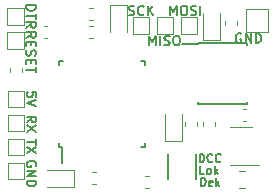
<source format=gbr>
G04 #@! TF.GenerationSoftware,KiCad,Pcbnew,(5.1.6)-1*
G04 #@! TF.CreationDate,2021-01-08T10:20:39+01:00*
G04 #@! TF.ProjectId,Lokdecoder_TI_altQuartz,4c6f6b64-6563-46f6-9465-725f54495f61,rev?*
G04 #@! TF.SameCoordinates,Original*
G04 #@! TF.FileFunction,Legend,Top*
G04 #@! TF.FilePolarity,Positive*
%FSLAX46Y46*%
G04 Gerber Fmt 4.6, Leading zero omitted, Abs format (unit mm)*
G04 Created by KiCad (PCBNEW (5.1.6)-1) date 2021-01-08 10:20:39*
%MOMM*%
%LPD*%
G01*
G04 APERTURE LIST*
%ADD10C,0.152400*%
%ADD11C,0.200000*%
%ADD12C,0.120000*%
%ADD13C,0.150000*%
G04 APERTURE END LIST*
D10*
X64267666Y-117474166D02*
X64267666Y-116774166D01*
X64434333Y-116774166D01*
X64534333Y-116807500D01*
X64601000Y-116874166D01*
X64634333Y-116940833D01*
X64667666Y-117074166D01*
X64667666Y-117174166D01*
X64634333Y-117307500D01*
X64601000Y-117374166D01*
X64534333Y-117440833D01*
X64434333Y-117474166D01*
X64267666Y-117474166D01*
X65367666Y-117407500D02*
X65334333Y-117440833D01*
X65234333Y-117474166D01*
X65167666Y-117474166D01*
X65067666Y-117440833D01*
X65001000Y-117374166D01*
X64967666Y-117307500D01*
X64934333Y-117174166D01*
X64934333Y-117074166D01*
X64967666Y-116940833D01*
X65001000Y-116874166D01*
X65067666Y-116807500D01*
X65167666Y-116774166D01*
X65234333Y-116774166D01*
X65334333Y-116807500D01*
X65367666Y-116840833D01*
X66067666Y-117407500D02*
X66034333Y-117440833D01*
X65934333Y-117474166D01*
X65867666Y-117474166D01*
X65767666Y-117440833D01*
X65701000Y-117374166D01*
X65667666Y-117307500D01*
X65634333Y-117174166D01*
X65634333Y-117074166D01*
X65667666Y-116940833D01*
X65701000Y-116874166D01*
X65767666Y-116807500D01*
X65867666Y-116774166D01*
X65934333Y-116774166D01*
X66034333Y-116807500D01*
X66067666Y-116840833D01*
X64384333Y-119506166D02*
X64384333Y-118806166D01*
X64551000Y-118806166D01*
X64651000Y-118839500D01*
X64717666Y-118906166D01*
X64751000Y-118972833D01*
X64784333Y-119106166D01*
X64784333Y-119206166D01*
X64751000Y-119339500D01*
X64717666Y-119406166D01*
X64651000Y-119472833D01*
X64551000Y-119506166D01*
X64384333Y-119506166D01*
X65351000Y-119472833D02*
X65284333Y-119506166D01*
X65151000Y-119506166D01*
X65084333Y-119472833D01*
X65051000Y-119406166D01*
X65051000Y-119139500D01*
X65084333Y-119072833D01*
X65151000Y-119039500D01*
X65284333Y-119039500D01*
X65351000Y-119072833D01*
X65384333Y-119139500D01*
X65384333Y-119206166D01*
X65051000Y-119272833D01*
X65684333Y-119506166D02*
X65684333Y-118806166D01*
X65751000Y-119239500D02*
X65951000Y-119506166D01*
X65951000Y-119039500D02*
X65684333Y-119306166D01*
X64674273Y-118490166D02*
X64340940Y-118490166D01*
X64340940Y-117790166D01*
X65007606Y-118490166D02*
X64940940Y-118456833D01*
X64907606Y-118423500D01*
X64874273Y-118356833D01*
X64874273Y-118156833D01*
X64907606Y-118090166D01*
X64940940Y-118056833D01*
X65007606Y-118023500D01*
X65107606Y-118023500D01*
X65174273Y-118056833D01*
X65207606Y-118090166D01*
X65240940Y-118156833D01*
X65240940Y-118356833D01*
X65207606Y-118423500D01*
X65174273Y-118456833D01*
X65107606Y-118490166D01*
X65007606Y-118490166D01*
X65540940Y-118490166D02*
X65540940Y-117790166D01*
X65607606Y-118223500D02*
X65807606Y-118490166D01*
X65807606Y-118023500D02*
X65540940Y-118290166D01*
D11*
X64001500Y-116815000D02*
X64001500Y-118915000D01*
X61601500Y-116815000D02*
X61601500Y-118915000D01*
D12*
X62787200Y-115734300D02*
X62787200Y-113449300D01*
X61317200Y-115734300D02*
X62787200Y-115734300D01*
X61317200Y-113449300D02*
X61317200Y-115734300D01*
D13*
X52375000Y-116166000D02*
X52600000Y-116166000D01*
X52375000Y-108916000D02*
X52700000Y-108916000D01*
X59625000Y-108916000D02*
X59300000Y-108916000D01*
X59625000Y-116166000D02*
X59300000Y-116166000D01*
X52375000Y-116166000D02*
X52375000Y-115841000D01*
X59625000Y-116166000D02*
X59625000Y-115841000D01*
X59625000Y-108916000D02*
X59625000Y-109241000D01*
X52375000Y-108916000D02*
X52375000Y-109241000D01*
X52600000Y-116166000D02*
X52600000Y-117591000D01*
D12*
X55483879Y-118336600D02*
X55158321Y-118336600D01*
X55483879Y-119356600D02*
X55158321Y-119356600D01*
X53656700Y-118111600D02*
X51371700Y-118111600D01*
X53656700Y-119581600D02*
X53656700Y-118111600D01*
X51371700Y-119581600D02*
X53656700Y-119581600D01*
X67909321Y-114022600D02*
X68234879Y-114022600D01*
X67909321Y-113002600D02*
X68234879Y-113002600D01*
X66419000Y-105852279D02*
X66419000Y-105526721D01*
X67439000Y-105852279D02*
X67439000Y-105526721D01*
X48042600Y-118937000D02*
X48042600Y-117537000D01*
X49442600Y-118937000D02*
X48042600Y-118937000D01*
X49442600Y-117537000D02*
X49442600Y-118937000D01*
X48042600Y-117537000D02*
X49442600Y-117537000D01*
X47991800Y-105830600D02*
X47991800Y-104430600D01*
X49391800Y-105830600D02*
X47991800Y-105830600D01*
X49391800Y-104430600D02*
X49391800Y-105830600D01*
X47991800Y-104430600D02*
X49391800Y-104430600D01*
X48042600Y-116905000D02*
X48042600Y-115505000D01*
X49442600Y-116905000D02*
X48042600Y-116905000D01*
X49442600Y-115505000D02*
X49442600Y-116905000D01*
X48042600Y-115505000D02*
X49442600Y-115505000D01*
X48042600Y-114873000D02*
X48042600Y-113473000D01*
X49442600Y-114873000D02*
X48042600Y-114873000D01*
X49442600Y-113473000D02*
X49442600Y-114873000D01*
X48042600Y-113473000D02*
X49442600Y-113473000D01*
X48042600Y-112841000D02*
X48042600Y-111441000D01*
X49442600Y-112841000D02*
X48042600Y-112841000D01*
X49442600Y-111441000D02*
X49442600Y-112841000D01*
X48042600Y-111441000D02*
X49442600Y-111441000D01*
X62673000Y-106618000D02*
X62673000Y-105218000D01*
X64073000Y-106618000D02*
X62673000Y-106618000D01*
X64073000Y-105218000D02*
X64073000Y-106618000D01*
X62673000Y-105218000D02*
X64073000Y-105218000D01*
X60641000Y-106618000D02*
X60641000Y-105218000D01*
X62041000Y-106618000D02*
X60641000Y-106618000D01*
X62041000Y-105218000D02*
X62041000Y-106618000D01*
X60641000Y-105218000D02*
X62041000Y-105218000D01*
X58609000Y-106618000D02*
X58609000Y-105218000D01*
X60009000Y-106618000D02*
X58609000Y-106618000D01*
X60009000Y-105218000D02*
X60009000Y-106618000D01*
X58609000Y-105218000D02*
X60009000Y-105218000D01*
X47991800Y-107862600D02*
X47991800Y-106462600D01*
X49391800Y-107862600D02*
X47991800Y-107862600D01*
X49391800Y-106462600D02*
X49391800Y-107862600D01*
X47991800Y-106462600D02*
X49391800Y-106462600D01*
X51069021Y-105941400D02*
X51394579Y-105941400D01*
X51069021Y-106961400D02*
X51394579Y-106961400D01*
X55255279Y-105916000D02*
X54929721Y-105916000D01*
X55255279Y-106936000D02*
X54929721Y-106936000D01*
X65610200Y-114086321D02*
X65610200Y-114411879D01*
X64590200Y-114086321D02*
X64590200Y-114411879D01*
X67574422Y-118225500D02*
X68091578Y-118225500D01*
X67574422Y-119645500D02*
X68091578Y-119645500D01*
X59628721Y-119636000D02*
X59954279Y-119636000D01*
X59628721Y-118616000D02*
X59954279Y-118616000D01*
X63066200Y-114086521D02*
X63066200Y-114412079D01*
X64086200Y-114086521D02*
X64086200Y-114412079D01*
X58139000Y-106489500D02*
X58139000Y-104204500D01*
X58139000Y-104204500D02*
X56669000Y-104204500D01*
X56669000Y-104204500D02*
X56669000Y-106489500D01*
X64543000Y-104889500D02*
X64543000Y-107174500D01*
X64543000Y-107174500D02*
X66013000Y-107174500D01*
X66013000Y-107174500D02*
X66013000Y-104889500D01*
X68675000Y-114493400D02*
X66875000Y-114493400D01*
X66875000Y-117713400D02*
X69325000Y-117713400D01*
D13*
X64173000Y-107407000D02*
X64173000Y-107457000D01*
X68323000Y-107407000D02*
X68323000Y-107552000D01*
X68323000Y-112557000D02*
X68323000Y-112412000D01*
X64173000Y-112557000D02*
X64173000Y-112412000D01*
X64173000Y-107407000D02*
X68323000Y-107407000D01*
X64173000Y-112557000D02*
X68323000Y-112557000D01*
X64173000Y-107457000D02*
X62773000Y-107457000D01*
D12*
X48232600Y-109489021D02*
X48232600Y-109814579D01*
X49252600Y-109489021D02*
X49252600Y-109814579D01*
X54929721Y-105412000D02*
X55255279Y-105412000D01*
X54929721Y-104392000D02*
X55255279Y-104392000D01*
X68163400Y-104536200D02*
X70063400Y-104536200D01*
X70063400Y-104536200D02*
X70063400Y-106436200D01*
X70063400Y-106436200D02*
X68163400Y-106436200D01*
X68163400Y-106436200D02*
X68163400Y-104536200D01*
D10*
X50419000Y-117820923D02*
X50457704Y-117743514D01*
X50457704Y-117627400D01*
X50419000Y-117511285D01*
X50341590Y-117433876D01*
X50264180Y-117395171D01*
X50109361Y-117356466D01*
X49993247Y-117356466D01*
X49838428Y-117395171D01*
X49761019Y-117433876D01*
X49683609Y-117511285D01*
X49644904Y-117627400D01*
X49644904Y-117704809D01*
X49683609Y-117820923D01*
X49722314Y-117859628D01*
X49993247Y-117859628D01*
X49993247Y-117704809D01*
X49644904Y-118207971D02*
X50457704Y-118207971D01*
X49644904Y-118672428D01*
X50457704Y-118672428D01*
X49644904Y-119059476D02*
X50457704Y-119059476D01*
X50457704Y-119253000D01*
X50419000Y-119369114D01*
X50341590Y-119446523D01*
X50264180Y-119485228D01*
X50109361Y-119523933D01*
X49993247Y-119523933D01*
X49838428Y-119485228D01*
X49761019Y-119446523D01*
X49683609Y-119369114D01*
X49644904Y-119253000D01*
X49644904Y-119059476D01*
X49594104Y-104201685D02*
X50406904Y-104201685D01*
X50406904Y-104395209D01*
X50368200Y-104511323D01*
X50290790Y-104588733D01*
X50213380Y-104627438D01*
X50058561Y-104666142D01*
X49942447Y-104666142D01*
X49787628Y-104627438D01*
X49710219Y-104588733D01*
X49632809Y-104511323D01*
X49594104Y-104395209D01*
X49594104Y-104201685D01*
X50406904Y-104898371D02*
X50406904Y-105362828D01*
X49594104Y-105130600D02*
X50406904Y-105130600D01*
X49594104Y-106098219D02*
X49981152Y-105827285D01*
X49594104Y-105633761D02*
X50406904Y-105633761D01*
X50406904Y-105943400D01*
X50368200Y-106020809D01*
X50329495Y-106059514D01*
X50252085Y-106098219D01*
X50135971Y-106098219D01*
X50058561Y-106059514D01*
X50019857Y-106020809D01*
X49981152Y-105943400D01*
X49981152Y-105633761D01*
X50457704Y-115534923D02*
X50457704Y-115999380D01*
X49644904Y-115767152D02*
X50457704Y-115767152D01*
X50457704Y-116192904D02*
X49644904Y-116734771D01*
X50457704Y-116734771D02*
X49644904Y-116192904D01*
X49644904Y-114088333D02*
X50031952Y-113817400D01*
X49644904Y-113623876D02*
X50457704Y-113623876D01*
X50457704Y-113933514D01*
X50419000Y-114010923D01*
X50380295Y-114049628D01*
X50302885Y-114088333D01*
X50186771Y-114088333D01*
X50109361Y-114049628D01*
X50070657Y-114010923D01*
X50031952Y-113933514D01*
X50031952Y-113623876D01*
X50457704Y-114359266D02*
X49644904Y-114901133D01*
X50457704Y-114901133D02*
X49644904Y-114359266D01*
X50457704Y-111935380D02*
X50457704Y-111548333D01*
X50070657Y-111509628D01*
X50109361Y-111548333D01*
X50148066Y-111625742D01*
X50148066Y-111819266D01*
X50109361Y-111896676D01*
X50070657Y-111935380D01*
X49993247Y-111974085D01*
X49799723Y-111974085D01*
X49722314Y-111935380D01*
X49683609Y-111896676D01*
X49644904Y-111819266D01*
X49644904Y-111625742D01*
X49683609Y-111548333D01*
X49722314Y-111509628D01*
X50457704Y-112206314D02*
X49644904Y-112477247D01*
X50457704Y-112748180D01*
X61790942Y-105041095D02*
X61790942Y-104228295D01*
X62061876Y-104808866D01*
X62332809Y-104228295D01*
X62332809Y-105041095D01*
X62874676Y-104228295D02*
X63029495Y-104228295D01*
X63106904Y-104267000D01*
X63184314Y-104344409D01*
X63223019Y-104499228D01*
X63223019Y-104770161D01*
X63184314Y-104924980D01*
X63106904Y-105002390D01*
X63029495Y-105041095D01*
X62874676Y-105041095D01*
X62797266Y-105002390D01*
X62719857Y-104924980D01*
X62681152Y-104770161D01*
X62681152Y-104499228D01*
X62719857Y-104344409D01*
X62797266Y-104267000D01*
X62874676Y-104228295D01*
X63532657Y-105002390D02*
X63648771Y-105041095D01*
X63842295Y-105041095D01*
X63919704Y-105002390D01*
X63958409Y-104963685D01*
X63997114Y-104886276D01*
X63997114Y-104808866D01*
X63958409Y-104731457D01*
X63919704Y-104692752D01*
X63842295Y-104654047D01*
X63687476Y-104615342D01*
X63610066Y-104576638D01*
X63571361Y-104537933D01*
X63532657Y-104460523D01*
X63532657Y-104383114D01*
X63571361Y-104305704D01*
X63610066Y-104267000D01*
X63687476Y-104228295D01*
X63881000Y-104228295D01*
X63997114Y-104267000D01*
X64345457Y-105041095D02*
X64345457Y-104228295D01*
X60012942Y-107581095D02*
X60012942Y-106768295D01*
X60283876Y-107348866D01*
X60554809Y-106768295D01*
X60554809Y-107581095D01*
X60941857Y-107581095D02*
X60941857Y-106768295D01*
X61290200Y-107542390D02*
X61406314Y-107581095D01*
X61599838Y-107581095D01*
X61677247Y-107542390D01*
X61715952Y-107503685D01*
X61754657Y-107426276D01*
X61754657Y-107348866D01*
X61715952Y-107271457D01*
X61677247Y-107232752D01*
X61599838Y-107194047D01*
X61445019Y-107155342D01*
X61367609Y-107116638D01*
X61328904Y-107077933D01*
X61290200Y-107000523D01*
X61290200Y-106923114D01*
X61328904Y-106845704D01*
X61367609Y-106807000D01*
X61445019Y-106768295D01*
X61638542Y-106768295D01*
X61754657Y-106807000D01*
X62257819Y-106768295D02*
X62412638Y-106768295D01*
X62490047Y-106807000D01*
X62567457Y-106884409D01*
X62606161Y-107039228D01*
X62606161Y-107310161D01*
X62567457Y-107464980D01*
X62490047Y-107542390D01*
X62412638Y-107581095D01*
X62257819Y-107581095D01*
X62180409Y-107542390D01*
X62103000Y-107464980D01*
X62064295Y-107310161D01*
X62064295Y-107039228D01*
X62103000Y-106884409D01*
X62180409Y-106807000D01*
X62257819Y-106768295D01*
X58263971Y-105002390D02*
X58380085Y-105041095D01*
X58573609Y-105041095D01*
X58651019Y-105002390D01*
X58689723Y-104963685D01*
X58728428Y-104886276D01*
X58728428Y-104808866D01*
X58689723Y-104731457D01*
X58651019Y-104692752D01*
X58573609Y-104654047D01*
X58418790Y-104615342D01*
X58341380Y-104576638D01*
X58302676Y-104537933D01*
X58263971Y-104460523D01*
X58263971Y-104383114D01*
X58302676Y-104305704D01*
X58341380Y-104267000D01*
X58418790Y-104228295D01*
X58612314Y-104228295D01*
X58728428Y-104267000D01*
X59541228Y-104963685D02*
X59502523Y-105002390D01*
X59386409Y-105041095D01*
X59309000Y-105041095D01*
X59192885Y-105002390D01*
X59115476Y-104924980D01*
X59076771Y-104847571D01*
X59038066Y-104692752D01*
X59038066Y-104576638D01*
X59076771Y-104421819D01*
X59115476Y-104344409D01*
X59192885Y-104267000D01*
X59309000Y-104228295D01*
X59386409Y-104228295D01*
X59502523Y-104267000D01*
X59541228Y-104305704D01*
X59889571Y-105041095D02*
X59889571Y-104228295D01*
X60354028Y-105041095D02*
X60005685Y-104576638D01*
X60354028Y-104228295D02*
X59889571Y-104692752D01*
X49594104Y-106947304D02*
X49981152Y-106676371D01*
X49594104Y-106482847D02*
X50406904Y-106482847D01*
X50406904Y-106792485D01*
X50368200Y-106869895D01*
X50329495Y-106908600D01*
X50252085Y-106947304D01*
X50135971Y-106947304D01*
X50058561Y-106908600D01*
X50019857Y-106869895D01*
X49981152Y-106792485D01*
X49981152Y-106482847D01*
X50019857Y-107295647D02*
X50019857Y-107566580D01*
X49594104Y-107682695D02*
X49594104Y-107295647D01*
X50406904Y-107295647D01*
X50406904Y-107682695D01*
X49632809Y-107992333D02*
X49594104Y-108108447D01*
X49594104Y-108301971D01*
X49632809Y-108379380D01*
X49671514Y-108418085D01*
X49748923Y-108456790D01*
X49826333Y-108456790D01*
X49903742Y-108418085D01*
X49942447Y-108379380D01*
X49981152Y-108301971D01*
X50019857Y-108147152D01*
X50058561Y-108069742D01*
X50097266Y-108031038D01*
X50174676Y-107992333D01*
X50252085Y-107992333D01*
X50329495Y-108031038D01*
X50368200Y-108069742D01*
X50406904Y-108147152D01*
X50406904Y-108340676D01*
X50368200Y-108456790D01*
X50019857Y-108805133D02*
X50019857Y-109076066D01*
X49594104Y-109192180D02*
X49594104Y-108805133D01*
X50406904Y-108805133D01*
X50406904Y-109192180D01*
X50406904Y-109424409D02*
X50406904Y-109888866D01*
X49594104Y-109656638D02*
X50406904Y-109656638D01*
X67782923Y-106603800D02*
X67705514Y-106565095D01*
X67589400Y-106565095D01*
X67473285Y-106603800D01*
X67395876Y-106681209D01*
X67357171Y-106758619D01*
X67318466Y-106913438D01*
X67318466Y-107029552D01*
X67357171Y-107184371D01*
X67395876Y-107261780D01*
X67473285Y-107339190D01*
X67589400Y-107377895D01*
X67666809Y-107377895D01*
X67782923Y-107339190D01*
X67821628Y-107300485D01*
X67821628Y-107029552D01*
X67666809Y-107029552D01*
X68169971Y-107377895D02*
X68169971Y-106565095D01*
X68634428Y-107377895D01*
X68634428Y-106565095D01*
X69021476Y-107377895D02*
X69021476Y-106565095D01*
X69215000Y-106565095D01*
X69331114Y-106603800D01*
X69408523Y-106681209D01*
X69447228Y-106758619D01*
X69485933Y-106913438D01*
X69485933Y-107029552D01*
X69447228Y-107184371D01*
X69408523Y-107261780D01*
X69331114Y-107339190D01*
X69215000Y-107377895D01*
X69021476Y-107377895D01*
M02*

</source>
